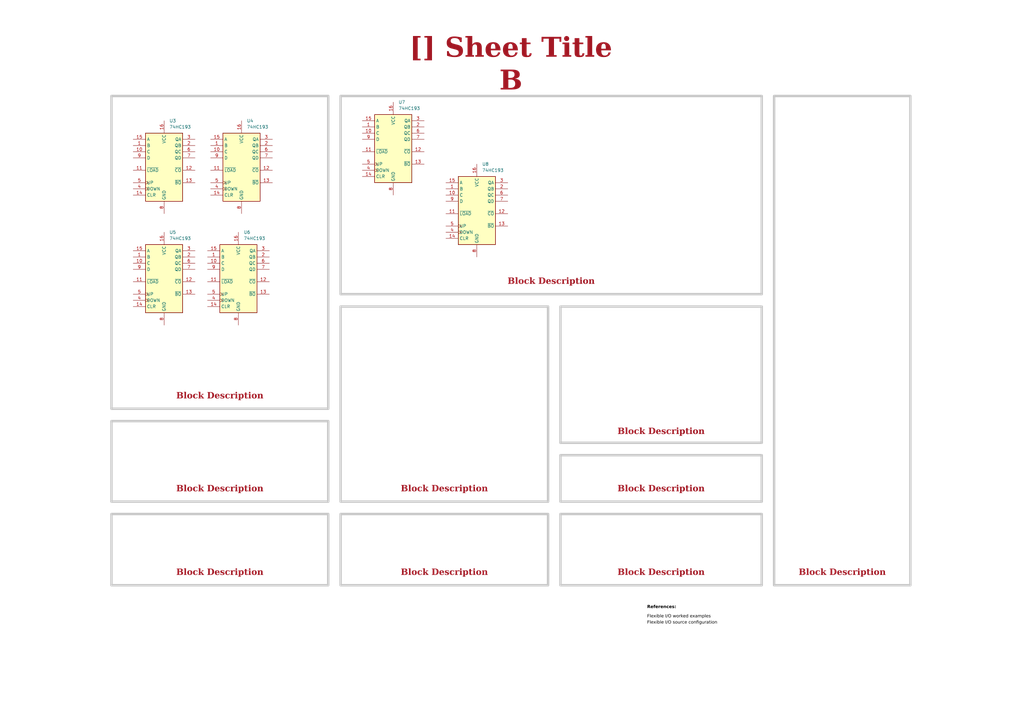
<source format=kicad_sch>
(kicad_sch (version 20250114) (generator "eeschema") (generator_version "9.0")
  (paper "A3")
  (title_block (title "Sheet Title B") (date "2025-01-12") (rev "${REVISION}") (company "${COMPANY}"))
  (lib_symbols
    (symbol "74xx:74HC193"
      (property "Reference" "U" (at -7.62 13.97 0))
      (property "Value" "74HC193" (at 5.08 13.97 0))
      (symbol "74HC193_1_0"
        (pin input line (at -12.7 10.16 0) (length 5.08) (name "A") (number "15"))
        (pin input line (at -12.7 7.62 0) (length 5.08) (name "B") (number "1"))
        (pin input line (at -12.7 5.08 0) (length 5.08) (name "C") (number "10"))
        (pin input line (at -12.7 2.54 0) (length 5.08) (name "D") (number "9"))
        (pin input line (at -12.7 -2.54 0) (length 5.08) (name "~{LOAD}") (number "11"))
        (pin input clock (at -12.7 -7.62 0) (length 5.08) (name "UP") (number "5"))
        (pin input clock (at -12.7 -10.16 0) (length 5.08) (name "DOWN") (number "4"))
        (pin input line (at -12.7 -12.7 0) (length 5.08) (name "CLR") (number "14"))
        (pin power_in line (at 0 17.78 270) (length 5.08) (name "VCC") (number "16"))
        (pin power_in line (at 0 -20.32 90) (length 5.08) (name "GND") (number "8"))
        (pin output line (at 12.7 10.16 180) (length 5.08) (name "QA") (number "3"))
        (pin output line (at 12.7 7.62 180) (length 5.08) (name "QB") (number "2"))
        (pin output line (at 12.7 5.08 180) (length 5.08) (name "QC") (number "6"))
        (pin output line (at 12.7 2.54 180) (length 5.08) (name "QD") (number "7"))
        (pin output line (at 12.7 -2.54 180) (length 5.08) (name "~{CO}") (number "12"))
        (pin output line (at 12.7 -7.62 180) (length 5.08) (name "~{BO}") (number "13"))
      )
      (symbol "74HC193_1_1"
        (rectangle (start -7.62 12.7) (end 7.62 -15.24) (stroke (width 0.254)) (fill (type background)))
      )
    )
  )
  (rectangle (start 139.7 125.73) (end 224.79 205.74) (stroke (width 1) (color 200 200 200 1)))
  (rectangle (start 317.5 39.37) (end 373.38 240.03) (stroke (width 1) (color 200 200 200 1)))
  (rectangle (start 45.72 172.72) (end 134.62 205.74) (stroke (width 1) (color 200 200 200 1)))
  (rectangle (start 45.72 210.82) (end 134.62 240.03) (stroke (width 1) (color 200 200 200 1)))
  (rectangle (start 229.87 186.69) (end 312.42 205.74) (stroke (width 1) (color 200 200 200 1)))
  (rectangle (start 229.87 125.73) (end 312.42 181.61) (stroke (width 1) (color 200 200 200 1)))
  (rectangle (start 139.7 210.82) (end 224.79 240.03) (stroke (width 1) (color 200 200 200 1)))
  (rectangle (start 45.72 39.37) (end 134.62 167.64) (stroke (width 1) (color 200 200 200 1)))
  (rectangle (start 139.7 39.37) (end 312.42 120.65) (stroke (width 1) (color 200 200 200 1)))
  (rectangle (start 229.87 210.82) (end 312.42 240.03) (stroke (width 1) (color 200 200 200 1)))
  (text "Flexible I/O worked examples" (at 265.43 254 0) (effects (font (size 1.27 1.27)) (justify left bottom)))
  (text "References:" (at 265.43 250.19 0) (effects (font (size 1.27 1.27) (thickness 0.254) (bold yes)) (justify left bottom)))
  (text "Flexible I/O source configuration" (at 265.43 256.54 0) (effects (font (size 1.27 1.27)) (justify left bottom)))
  (text_box "Block Description" (at 46.99 194.31 0) (size 86.36 9.525) (margins 1.9049 1.9049 1.9049 1.9049) (stroke (width -0.0001)) (effects (font (size 2.54 2.54) (thickness 0.508) (bold yes)) (justify bottom)))
  (text_box "Block Description" (at 140.97 228.6 0) (size 82.55 9.525) (margins 1.9049 1.9049 1.9049 1.9049) (stroke (width -0.0001)) (effects (font (size 2.54 2.54) (thickness 0.508) (bold yes)) (justify bottom)))
  (text_box "[${#}] ${TITLE}" (at 161.29 20.32 0) (size 96.52 12.7) (margins 5.9999 5.9999 5.9999 5.9999) (stroke (width -0.0001)) (effects (font (size 8 8) (thickness 1.2) (bold yes))))
  (text_box "Block Description" (at 46.99 228.6 0) (size 86.36 9.525) (margins 1.9049 1.9049 1.9049 1.9049) (stroke (width -0.0001)) (effects (font (size 2.54 2.54) (thickness 0.508) (bold yes)) (justify bottom)))
  (text_box "DESIGN NOTE:\nblabla" (at 65.405 299.085 0) (size 21.59 15.24) (margins 1.3525 1.3525 1.3525 1.3525) (stroke (width 0.8) (color 255 165 0 1)) (effects (font (size 1.27 1.27)) (justify left top)))
  (text_box "Block Description" (at 231.14 228.6 0) (size 80.01 9.525) (margins 1.9049 1.9049 1.9049 1.9049) (stroke (width -0.0001)) (effects (font (size 2.54 2.54) (thickness 0.508) (bold yes)) (justify bottom)))
  (text_box "LAYOUT NOTE:\nblabla" (at 89.535 299.085 0) (size 26.67 15.24) (margins 1.4525 1.4525 1.4525 1.4525) (stroke (width 1) (color 0 0 255 1)) (effects (font (size 1.27 1.27) (thickness 0.4) (bold yes)) (justify left top)))
  (text_box "Block Description" (at 46.99 156.21 0) (size 86.36 9.525) (margins 1.9049 1.9049 1.9049 1.9049) (stroke (width -0.0001)) (effects (font (size 2.54 2.54) (thickness 0.508) (bold yes)) (justify bottom)))
  (text_box "Block Description" (at 142.24 109.22 0) (size 167.64 9.525) (margins 1.9049 1.9049 1.9049 1.9049) (stroke (width -0.0001)) (effects (font (size 2.54 2.54) (thickness 0.508) (bold yes)) (justify bottom)))
  (text_box "Block Description" (at 231.775 170.815 0) (size 78.74 9.525) (margins 1.9049 1.9049 1.9049 1.9049) (stroke (width -0.0001)) (effects (font (size 2.54 2.54) (thickness 0.508) (bold yes)) (justify bottom)))
  (text_box "Block Description" (at 231.14 194.31 0) (size 80.01 9.525) (margins 1.9049 1.9049 1.9049 1.9049) (stroke (width -0.0001)) (effects (font (size 2.54 2.54) (thickness 0.508) (bold yes)) (justify bottom)))
  (text_box "Block Description" (at 318.77 228.6 0) (size 53.34 9.525) (margins 1.9049 1.9049 1.9049 1.9049) (stroke (width -0.0001)) (effects (font (size 2.54 2.54) (thickness 0.508) (bold yes)) (justify bottom)))
  (text_box "DESIGN NOTE:\nblabla" (at 41.275 299.085 0) (size 21.59 15.24) (margins 1.3525 1.3525 1.3525 1.3525) (stroke (width 0.8) (color 200 200 200 1)) (effects (font (size 1.27 1.27)) (justify left top)))
  (text_box "Block Description" (at 140.97 194.31 0) (size 82.55 9.525) (margins 1.9049 1.9049 1.9049 1.9049) (stroke (width -0.0001)) (effects (font (size 2.54 2.54) (thickness 0.508) (bold yes)) (justify bottom)))
  (symbol (lib_id "74xx:74HC193") (at 161.29 59.69 0) (unit 1)
    (property "Reference" "U7" (at 163.4333 41.91 0) (effects (justify left)))
    (property "Value" "74HC193" (at 163.4333 44.45 0) (effects (justify left)))
    (property "Datasheet" "https://assets.nexperia.com/documents/data-sheet/74HC_HCT193.pdf" (effects (hide yes)))
    (property "Description" "Synchronous 4-bit Up/Down (2 clk) counter" (effects (hide yes)))
  )
  (symbol (lib_id "74xx:74HC193") (at 67.31 67.31 0) (unit 1)
    (property "Reference" "U3" (at 69.4533 49.53 0) (effects (justify left)))
    (property "Value" "74HC193" (at 69.4533 52.07 0) (effects (justify left)))
    (property "Datasheet" "https://assets.nexperia.com/documents/data-sheet/74HC_HCT193.pdf" (effects (hide yes)))
    (property "Description" "Synchronous 4-bit Up/Down (2 clk) counter" (effects (hide yes)))
  )
  (symbol (lib_id "74xx:74HC193") (at 99.06 67.31 0) (unit 1)
    (property "Reference" "U4" (at 101.2033 49.53 0) (effects (justify left)))
    (property "Value" "74HC193" (at 101.2033 52.07 0) (effects (justify left)))
    (property "Datasheet" "https://assets.nexperia.com/documents/data-sheet/74HC_HCT193.pdf" (effects (hide yes)))
    (property "Description" "Synchronous 4-bit Up/Down (2 clk) counter" (effects (hide yes)))
  )
  (symbol (lib_id "74xx:74HC193") (at 97.79 113.03 0) (unit 1)
    (property "Reference" "U6" (at 99.9333 95.25 0) (effects (justify left)))
    (property "Value" "74HC193" (at 99.9333 97.79 0) (effects (justify left)))
    (property "Datasheet" "https://assets.nexperia.com/documents/data-sheet/74HC_HCT193.pdf" (effects (hide yes)))
    (property "Description" "Synchronous 4-bit Up/Down (2 clk) counter" (effects (hide yes)))
  )
  (symbol (lib_id "74xx:74HC193") (at 67.31 113.03 0) (unit 1)
    (property "Reference" "U5" (at 69.4533 95.25 0) (effects (justify left)))
    (property "Value" "74HC193" (at 69.4533 97.79 0) (effects (justify left)))
    (property "Datasheet" "https://assets.nexperia.com/documents/data-sheet/74HC_HCT193.pdf" (effects (hide yes)))
    (property "Description" "Synchronous 4-bit Up/Down (2 clk) counter" (effects (hide yes)))
  )
  (symbol (lib_id "74xx:74HC193") (at 195.58 85.09 0) (unit 1)
    (property "Reference" "U8" (at 197.7233 67.31 0) (effects (justify left)))
    (property "Value" "74HC193" (at 197.7233 69.85 0) (effects (justify left)))
    (property "Datasheet" "https://assets.nexperia.com/documents/data-sheet/74HC_HCT193.pdf" (effects (hide yes)))
    (property "Description" "Synchronous 4-bit Up/Down (2 clk) counter" (effects (hide yes)))
  )
)
</source>
